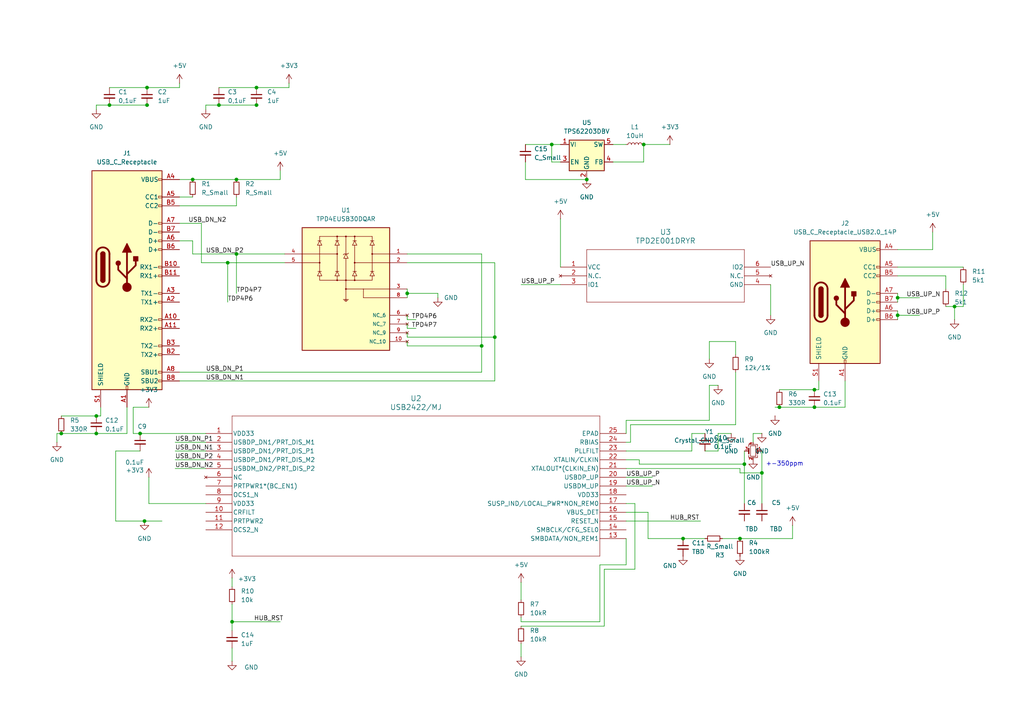
<source format=kicad_sch>
(kicad_sch (version 20231120) (generator "eeschema") (generator_version "8.0")
  (paper "A4")
  (lib_symbols
    (symbol "2024-08-27_02-04-05:USB2422_MJ" (pin_names (offset 0.254))
      (property "Reference" "U" (at 60.96 10.16 0))
      (property "Value" "USB2422/MJ" (at 60.96 7.62 0))
      (symbol "USB2422_MJ_0_1"
        (pin power_in line (at 0 0 0) (length 7.62) (name "VDD33") (number "1"))
        (pin unspecified line (at 0 -22.86 0) (length 7.62) (name "CRFILT") (number "10"))
        (pin power_in line (at 0 -25.4 0) (length 7.62) (name "PRTPWR2") (number "11"))
        (pin input line (at 0 -27.94 0) (length 7.62) (name "OCS2_N") (number "12"))
        (pin bidirectional line (at 121.92 -30.48 180) (length 7.62) (name "SMBDATA/NON_REM1") (number "13"))
        (pin bidirectional line (at 121.92 -27.94 180) (length 7.62) (name "SMBCLK/CFG_SEL0") (number "14"))
        (pin input line (at 121.92 -25.4 180) (length 7.62) (name "RESET_N") (number "15"))
        (pin input line (at 121.92 -22.86 180) (length 7.62) (name "VBUS_DET") (number "16"))
        (pin bidirectional line (at 121.92 -20.32 180) (length 7.62) (name "SUSP_IND/LOCAL_PWR*NON_REM0") (number "17"))
        (pin power_in line (at 121.92 -17.78 180) (length 7.62) (name "VDD33") (number "18"))
        (pin unspecified line (at 121.92 -15.24 180) (length 7.62) (name "USBDM_UP") (number "19"))
        (pin bidirectional line (at 0 -2.54 0) (length 7.62) (name "USBDP_DN1/PRT_DIS_M1") (number "2"))
        (pin unspecified line (at 121.92 -12.7 180) (length 7.62) (name "USBDP_UP") (number "20"))
        (pin output line (at 121.92 -10.16 180) (length 7.62) (name "XTALOUT*(CLKIN_EN)") (number "21"))
        (pin input line (at 121.92 -7.62 180) (length 7.62) (name "XTALIN/CLKIN") (number "22"))
        (pin output line (at 121.92 -5.08 180) (length 7.62) (name "PLLFILT") (number "23"))
        (pin unspecified line (at 121.92 -2.54 180) (length 7.62) (name "RBIAS") (number "24"))
        (pin unspecified line (at 121.92 0 180) (length 7.62) (name "EPAD") (number "25"))
        (pin bidirectional line (at 0 -5.08 0) (length 7.62) (name "USBDP_DN1/PRT_DIS_P1") (number "3"))
        (pin bidirectional line (at 0 -7.62 0) (length 7.62) (name "USBDP_DN1/PRT_DIS_M2") (number "4"))
        (pin bidirectional line (at 0 -10.16 0) (length 7.62) (name "USBDM_DN2/PRT_DIS_P2") (number "5"))
        (pin no_connect line (at 0 -12.7 0) (length 7.62) (name "NC") (number "6"))
        (pin bidirectional line (at 0 -15.24 0) (length 7.62) (name "PRTPWR1*(BC_EN1)") (number "7"))
        (pin input line (at 0 -17.78 0) (length 7.62) (name "OCS1_N") (number "8"))
        (pin power_in line (at 0 -20.32 0) (length 7.62) (name "VDD33") (number "9"))
      )
    )
    (symbol "2024-08-27_14-38-34:TPD2E001DRYR" (pin_names (offset 0.254))
      (property "Reference" "U" (at 30.48 10.16 0))
      (property "Value" "TPD2E001DRYR" (at 30.48 7.62 0))
      (symbol "TPD2E001DRYR_0_1"
        (pin power_in line (at 0 0 0) (length 7.62) (name "VCC") (number "1"))
        (pin no_connect line (at 0 -2.54 0) (length 7.62) (name "N.C.") (number "2"))
        (pin unspecified line (at 0 -5.08 0) (length 7.62) (name "IO1") (number "3"))
        (pin power_in line (at 60.96 -5.08 180) (length 7.62) (name "GND") (number "4"))
        (pin no_connect line (at 60.96 -2.54 180) (length 7.62) (name "N.C.") (number "5"))
        (pin unspecified line (at 60.96 0 180) (length 7.62) (name "IO2") (number "6"))
      )
    )
    (symbol "Connector:USB_C_Receptacle" (pin_names (offset 1.016))
      (property "Reference" "J" (at -10.16 29.21 0))
      (property "Value" "USB_C_Receptacle" (at 10.16 29.21 0))
      (symbol "USB_C_Receptacle_1_1"
        (pin passive line (at 0 -40.64 90) (length 5.08) (name "GND") (number "A1"))
        (pin bidirectional line (at 15.24 -15.24 180) (length 5.08) (name "RX2-") (number "A10"))
        (pin bidirectional line (at 15.24 -17.78 180) (length 5.08) (name "RX2+") (number "A11"))
        (pin passive line (at 0 -40.64 90) (length 5.08) hide (name "GND") (number "A12"))
        (pin bidirectional line (at 15.24 -10.16 180) (length 5.08) (name "TX1+") (number "A2"))
        (pin bidirectional line (at 15.24 -7.62 180) (length 5.08) (name "TX1-") (number "A3"))
        (pin passive line (at 15.24 25.4 180) (length 5.08) (name "VBUS") (number "A4"))
        (pin bidirectional line (at 15.24 20.32 180) (length 5.08) (name "CC1") (number "A5"))
        (pin bidirectional line (at 15.24 7.62 180) (length 5.08) (name "D+") (number "A6"))
        (pin bidirectional line (at 15.24 12.7 180) (length 5.08) (name "D-") (number "A7"))
        (pin bidirectional line (at 15.24 -30.48 180) (length 5.08) (name "SBU1") (number "A8"))
        (pin passive line (at 15.24 25.4 180) (length 5.08) hide (name "VBUS") (number "A9"))
        (pin passive line (at 0 -40.64 90) (length 5.08) hide (name "GND") (number "B1"))
        (pin bidirectional line (at 15.24 0 180) (length 5.08) (name "RX1-") (number "B10"))
        (pin bidirectional line (at 15.24 -2.54 180) (length 5.08) (name "RX1+") (number "B11"))
        (pin passive line (at 0 -40.64 90) (length 5.08) hide (name "GND") (number "B12"))
        (pin bidirectional line (at 15.24 -25.4 180) (length 5.08) (name "TX2+") (number "B2"))
        (pin bidirectional line (at 15.24 -22.86 180) (length 5.08) (name "TX2-") (number "B3"))
        (pin passive line (at 15.24 25.4 180) (length 5.08) hide (name "VBUS") (number "B4"))
        (pin bidirectional line (at 15.24 17.78 180) (length 5.08) (name "CC2") (number "B5"))
        (pin bidirectional line (at 15.24 5.08 180) (length 5.08) (name "D+") (number "B6"))
        (pin bidirectional line (at 15.24 10.16 180) (length 5.08) (name "D-") (number "B7"))
        (pin bidirectional line (at 15.24 -33.02 180) (length 5.08) (name "SBU2") (number "B8"))
        (pin passive line (at 15.24 25.4 180) (length 5.08) hide (name "VBUS") (number "B9"))
        (pin passive line (at -7.62 -40.64 90) (length 5.08) (name "SHIELD") (number "S1"))
      )
    )
    (symbol "Connector:USB_C_Receptacle_USB2.0_14P" (pin_names (offset 1.016))
      (property "Reference" "J" (at 0 22.225 0))
      (property "Value" "USB_C_Receptacle_USB2.0_14P" (at 0 19.685 0))
      (symbol "USB_C_Receptacle_USB2.0_14P_1_1"
        (pin passive line (at 0 -22.86 90) (length 5.08) (name "GND") (number "A1"))
        (pin passive line (at 0 -22.86 90) (length 5.08) hide (name "GND") (number "A12"))
        (pin passive line (at 15.24 15.24 180) (length 5.08) (name "VBUS") (number "A4"))
        (pin bidirectional line (at 15.24 10.16 180) (length 5.08) (name "CC1") (number "A5"))
        (pin bidirectional line (at 15.24 -2.54 180) (length 5.08) (name "D+") (number "A6"))
        (pin bidirectional line (at 15.24 2.54 180) (length 5.08) (name "D-") (number "A7"))
        (pin passive line (at 15.24 15.24 180) (length 5.08) hide (name "VBUS") (number "A9"))
        (pin passive line (at 0 -22.86 90) (length 5.08) hide (name "GND") (number "B1"))
        (pin passive line (at 0 -22.86 90) (length 5.08) hide (name "GND") (number "B12"))
        (pin passive line (at 15.24 15.24 180) (length 5.08) hide (name "VBUS") (number "B4"))
        (pin bidirectional line (at 15.24 7.62 180) (length 5.08) (name "CC2") (number "B5"))
        (pin bidirectional line (at 15.24 -5.08 180) (length 5.08) (name "D+") (number "B6"))
        (pin bidirectional line (at 15.24 0 180) (length 5.08) (name "D-") (number "B7"))
        (pin passive line (at 15.24 15.24 180) (length 5.08) hide (name "VBUS") (number "B9"))
        (pin passive line (at -7.62 -22.86 90) (length 5.08) (name "SHIELD") (number "S1"))
      )
    )
    (symbol "Device:C_Small" (pin_numbers hide) (pin_names (offset 0.254) hide)
      (property "Reference" "C" (at 0.254 1.778 0))
      (property "Value" "C_Small" (at 0.254 -2.032 0))
      (symbol "C_Small_1_1"
        (pin passive line (at 0 2.54 270) (length 2.032) (name "~") (number "1"))
        (pin passive line (at 0 -2.54 90) (length 2.032) (name "~") (number "2"))
      )
    )
    (symbol "Device:Crystal_GND24_Small" (pin_names (offset 1.016) hide)
      (property "Reference" "Y" (at 1.27 4.445 0))
      (property "Value" "Crystal_GND24_Small" (at 1.27 2.54 0))
      (symbol "Crystal_GND24_Small_1_1"
        (pin passive line (at -2.54 0 0) (length 1.27) (name "1") (number "1"))
        (pin passive line (at 0 -2.54 90) (length 0.635) (name "2") (number "2"))
        (pin passive line (at 2.54 0 180) (length 1.27) (name "3") (number "3"))
        (pin passive line (at 0 2.54 270) (length 0.635) (name "4") (number "4"))
      )
    )
    (symbol "Device:L_Small" (pin_numbers hide) (pin_names (offset 0.254) hide)
      (property "Reference" "L" (at 0.762 1.016 0))
      (property "Value" "L_Small" (at 0.762 -1.016 0))
      (symbol "L_Small_1_1"
        (pin passive line (at 0 2.54 270) (length 0.508) (name "~") (number "1"))
        (pin passive line (at 0 -2.54 90) (length 0.508) (name "~") (number "2"))
      )
    )
    (symbol "Device:R_Small" (pin_numbers hide) (pin_names (offset 0.254) hide)
      (property "Reference" "R" (at 0.762 0.508 0))
      (property "Value" "R_Small" (at 0.762 -1.016 0))
      (symbol "R_Small_1_1"
        (pin passive line (at 0 2.54 270) (length 0.762) (name "~") (number "1"))
        (pin passive line (at 0 -2.54 90) (length 0.762) (name "~") (number "2"))
      )
    )
    (symbol "Regulator_Switching:TPS62203DBV" (pin_names (offset 0.254))
      (property "Reference" "U" (at -5.08 7.62 0))
      (property "Value" "TPS62203DBV" (at 0 7.62 0))
      (symbol "TPS62203DBV_1_1"
        (pin power_in line (at -7.62 5.08 0) (length 2.54) (name "VI") (number "1"))
        (pin power_in line (at 0 -5.08 90) (length 2.54) (name "GND") (number "2"))
        (pin input line (at -7.62 0 0) (length 2.54) (name "EN") (number "3"))
        (pin input line (at 7.62 0 180) (length 2.54) (name "FB") (number "4"))
        (pin output line (at 7.62 5.08 180) (length 2.54) (name "SW") (number "5"))
      )
    )
    (symbol "TI_SURGE:TPD4EUSB30DQAR" (pin_names (offset 1.016))
      (property "Reference" "U" (at -12.7 18.542 0))
      (property "Value" "TPD4EUSB30DQAR" (at -12.7 -18.542 0))
      (symbol "TPD4EUSB30DQAR_0_0"
        (pin bidirectional line (at 17.78 10.16 180) (length 5.08) (name "~") (number "1"))
        (pin no_connect line (at 17.78 -15.24 180) (length 5.08) (name "NC_10") (number "10"))
        (pin bidirectional line (at 17.78 7.62 180) (length 5.08) (name "~") (number "2"))
        (pin power_in line (at 17.78 0 180) (length 5.08) (name "~") (number "3"))
        (pin bidirectional line (at -17.78 10.16 0) (length 5.08) (name "~") (number "4"))
        (pin bidirectional line (at -17.78 7.62 0) (length 5.08) (name "~") (number "5"))
        (pin no_connect line (at 17.78 -7.62 180) (length 5.08) (name "NC_6") (number "6"))
        (pin no_connect line (at 17.78 -10.16 180) (length 5.08) (name "NC_7") (number "7"))
        (pin power_in line (at 17.78 -2.54 180) (length 5.08) (name "~") (number "8"))
        (pin no_connect line (at 17.78 -12.7 180) (length 5.08) (name "NC_9") (number "9"))
      )
    )
    (symbol "power:+1V0" (power) (pin_numbers hide) (pin_names (offset 0) hide)
      (property "Value" "+1V0" (at 0 3.556 0))
      (symbol "+1V0_1_1"
        (pin power_in line (at 0 0 90) (length 0) (name "~") (number "1"))
      )
    )
    (symbol "power:+3V3" (power) (pin_numbers hide) (pin_names (offset 0) hide)
      (property "Value" "+3V3" (at 0 3.556 0))
      (symbol "+3V3_1_1"
        (pin power_in line (at 0 0 90) (length 0) (name "~") (number "1"))
      )
    )
    (symbol "power:+5V" (power) (pin_numbers hide) (pin_names (offset 0) hide)
      (property "Value" "+5V" (at 0 3.556 0))
      (symbol "+5V_1_1"
        (pin power_in line (at 0 0 90) (length 0) (name "~") (number "1"))
      )
    )
    (symbol "power:GND" (power) (pin_numbers hide) (pin_names (offset 0) hide)
      (property "Value" "GND" (at 0 -3.81 0))
      (symbol "GND_1_1"
        (pin power_in line (at 0 0 270) (length 0) (name "~") (number "1"))
      )
    )
    (symbol "power:VCC" (power) (pin_numbers hide) (pin_names (offset 0) hide)
      (property "Value" "VCC" (at 0 3.556 0))
      (symbol "VCC_1_1"
        (pin power_in line (at 0 0 90) (length 0) (name "~") (number "1"))
      )
    )
  )
  (junction (at 40.64 125.73))
  (junction (at 27.94 125.73))
  (junction (at 220.98 137.16))
  (junction (at 215.9 134.62))
  (junction (at 198.12 156.21))
  (junction (at 66.04 76.2))
  (junction (at 27.94 120.65))
  (junction (at 17.78 125.73))
  (junction (at 236.22 118.11))
  (junction (at 74.3935 30.48))
  (junction (at 41.91 151.13))
  (junction (at 42.6435 25.4))
  (junction (at 63.5 30.48))
  (junction (at 68.58 52.07))
  (junction (at 186.69 41.91))
  (junction (at 226.06 118.11))
  (junction (at 68.58 73.66))
  (junction (at 214.63 156.21))
  (junction (at 160.02 41.91))
  (junction (at 236.22 113.03))
  (junction (at 67.31 180.34))
  (junction (at 276.86 88.9))
  (junction (at 260.35 86.36))
  (junction (at 143.51 97.79))
  (junction (at 139.7 100.33))
  (junction (at 118.11 85.09))
  (junction (at 260.35 91.44))
  (junction (at 42.6435 30.48))
  (junction (at 170.18 52.07))
  (junction (at 31.75 30.48))
  (junction (at 55.88 52.07))
  (junction (at 74.3935 25.4))
  (wire (pts (xy 16.51 125.73) (xy 17.78 125.73)))
  (wire (pts (xy 139.7 100.33) (xy 139.7 73.66)))
  (wire (pts (xy 27.94 120.65) (xy 29.21 120.65)))
  (wire (pts (xy 118.11 97.79) (xy 143.51 97.79)))
  (wire (pts (xy 74.3935 30.48) (xy 63.5 30.48)))
  (wire (pts (xy 59.69 30.48) (xy 59.69 31.75)))
  (wire (pts (xy 224.79 118.11) (xy 226.06 118.11)))
  (wire (pts (xy 236.22 118.11) (xy 245.11 118.11)))
  (wire (pts (xy 81.28 49.53) (xy 81.28 52.07)))
  (wire (pts (xy 260.35 91.44) (xy 260.35 92.71)))
  (wire (pts (xy 214.63 135.89) (xy 214.63 137.16)))
  (wire (pts (xy 52.07 64.77) (xy 58.42 64.77)))
  (wire (pts (xy 160.02 41.91) (xy 162.56 41.91)))
  (wire (pts (xy 31.75 30.48) (xy 27.94 30.48)))
  (wire (pts (xy 182.88 128.27) (xy 182.88 123.19)))
  (wire (pts (xy 215.9 134.62) (xy 215.9 146.05)))
  (wire (pts (xy 38.6365 125.73) (xy 40.64 125.73)))
  (wire (pts (xy 74.3935 25.4) (xy 83.82 25.4)))
  (wire (pts (xy 151.13 181.61) (xy 175.26 181.61)))
  (wire (pts (xy 186.69 41.91) (xy 194.31 41.91)))
  (wire (pts (xy 38.6365 118.11) (xy 38.6365 125.73)))
  (wire (pts (xy 177.8 41.91) (xy 181.61 41.91)))
  (wire (pts (xy 274.32 88.9) (xy 276.86 88.9)))
  (wire (pts (xy 260.35 77.47) (xy 279.4 77.47)))
  (wire (pts (xy 185.42 133.35) (xy 181.61 133.35)))
  (wire (pts (xy 173.99 163.83) (xy 173.99 180.34)))
  (wire (pts (xy 55.88 69.85) (xy 55.88 73.66)))
  (wire (pts (xy 182.88 123.19) (xy 213.36 123.19)))
  (wire (pts (xy 42.6435 25.4) (xy 52.07 25.4)))
  (wire (pts (xy 33.5565 151.13) (xy 41.91 151.13)))
  (wire (pts (xy 52.07 52.07) (xy 55.88 52.07)))
  (wire (pts (xy 40.64 125.73) (xy 59.69 125.73)))
  (wire (pts (xy 205.74 121.92) (xy 181.61 121.92)))
  (wire (pts (xy 63.5 30.48) (xy 59.69 30.48)))
  (wire (pts (xy 276.86 88.9) (xy 276.86 92.71)))
  (wire (pts (xy 55.88 52.07) (xy 68.58 52.07)))
  (wire (pts (xy 214.63 137.16) (xy 220.98 137.16)))
  (wire (pts (xy 181.61 135.89) (xy 214.63 135.89)))
  (wire (pts (xy 52.07 25.4) (xy 52.07 24.13)))
  (wire (pts (xy 213.36 102.87) (xy 213.36 99.06)))
  (wire (pts (xy 260.35 91.44) (xy 266.7 91.44)))
  (wire (pts (xy 42.6435 30.48) (xy 31.75 30.48)))
  (wire (pts (xy 198.12 156.21) (xy 204.47 156.21)))
  (wire (pts (xy 200.66 125.73) (xy 204.47 125.73)))
  (wire (pts (xy 68.58 52.07) (xy 81.28 52.07)))
  (wire (pts (xy 118.11 85.09) (xy 127 85.09)))
  (wire (pts (xy 177.8 46.99) (xy 186.69 46.99)))
  (wire (pts (xy 118.11 85.09) (xy 118.11 86.36)))
  (wire (pts (xy 41.91 151.13) (xy 46.99 151.13)))
  (wire (pts (xy 118.11 93.98) (xy 118.11 95.25)))
  (wire (pts (xy 229.87 152.4) (xy 229.87 156.21)))
  (wire (pts (xy 152.4 52.07) (xy 170.18 52.07)))
  (wire (pts (xy 215.9 130.81) (xy 215.9 134.62)))
  (wire (pts (xy 218.44 125.73) (xy 220.98 125.73)))
  (wire (pts (xy 67.31 180.34) (xy 67.31 182.88)))
  (wire (pts (xy 151.13 186.69) (xy 151.13 190.5)))
  (wire (pts (xy 151.13 179.07) (xy 151.13 180.34)))
  (wire (pts (xy 67.31 187.96) (xy 67.31 191.77)))
  (wire (pts (xy 68.58 73.66) (xy 68.58 85.09)))
  (wire (pts (xy 52.07 107.95) (xy 139.7 107.95)))
  (wire (pts (xy 143.51 110.49) (xy 143.51 97.79)))
  (wire (pts (xy 208.28 130.81) (xy 208.28 125.73)))
  (wire (pts (xy 162.56 46.99) (xy 160.02 46.99)))
  (wire (pts (xy 50.8 135.89) (xy 59.69 135.89)))
  (wire (pts (xy 205.74 111.76) (xy 205.74 121.92)))
  (wire (pts (xy 82.55 76.2) (xy 66.04 76.2)))
  (wire (pts (xy 276.86 88.9) (xy 279.4 88.9)))
  (wire (pts (xy 118.11 96.52) (xy 118.11 97.79)))
  (wire (pts (xy 43.18 146.05) (xy 59.69 146.05)))
  (wire (pts (xy 27.94 30.48) (xy 27.94 31.75)))
  (wire (pts (xy 83.82 25.4) (xy 83.82 24.13)))
  (wire (pts (xy 226.06 118.11) (xy 236.22 118.11)))
  (wire (pts (xy 50.8 133.35) (xy 59.69 133.35)))
  (wire (pts (xy 52.07 110.49) (xy 143.51 110.49)))
  (wire (pts (xy 181.61 156.21) (xy 181.61 163.83)))
  (wire (pts (xy 186.69 46.99) (xy 186.69 41.91)))
  (wire (pts (xy 236.22 113.03) (xy 237.49 113.03)))
  (wire (pts (xy 205.74 111.76) (xy 208.28 111.76)))
  (wire (pts (xy 260.35 90.17) (xy 260.35 91.44)))
  (wire (pts (xy 118.11 83.82) (xy 118.11 85.09)))
  (wire (pts (xy 152.4 46.99) (xy 152.4 52.07)))
  (wire (pts (xy 151.13 82.55) (xy 162.56 82.55)))
  (wire (pts (xy 40.64 130.81) (xy 33.5565 130.81)))
  (wire (pts (xy 175.26 165.1) (xy 175.26 181.61)))
  (wire (pts (xy 27.94 125.73) (xy 36.83 125.73)))
  (wire (pts (xy 68.58 59.69) (xy 68.58 57.15)))
  (wire (pts (xy 33.5565 130.81) (xy 33.5565 151.13)))
  (wire (pts (xy 181.61 148.59) (xy 187.96 148.59)))
  (wire (pts (xy 270.51 67.31) (xy 270.51 72.39)))
  (wire (pts (xy 274.32 83.82) (xy 274.32 80.01)))
  (wire (pts (xy 66.04 76.2) (xy 66.04 87.63)))
  (wire (pts (xy 208.28 125.73) (xy 212.09 125.73)))
  (wire (pts (xy 118.11 100.33) (xy 139.7 100.33)))
  (wire (pts (xy 181.61 151.13) (xy 203.2 151.13)))
  (wire (pts (xy 63.5 25.4) (xy 74.3935 25.4)))
  (wire (pts (xy 29.21 120.65) (xy 29.21 118.11)))
  (wire (pts (xy 260.35 86.36) (xy 266.7 86.36)))
  (wire (pts (xy 118.11 91.44) (xy 118.11 92.71)))
  (wire (pts (xy 181.61 130.81) (xy 200.66 130.81)))
  (wire (pts (xy 127 85.09) (xy 127 86.36)))
  (wire (pts (xy 151.13 180.34) (xy 173.99 180.34)))
  (wire (pts (xy 67.31 167.64) (xy 67.31 170.18)))
  (wire (pts (xy 55.88 73.66) (xy 68.58 73.66)))
  (wire (pts (xy 226.06 113.03) (xy 236.22 113.03)))
  (wire (pts (xy 260.35 86.36) (xy 260.35 87.63)))
  (wire (pts (xy 218.44 128.27) (xy 218.44 125.73)))
  (wire (pts (xy 200.66 130.81) (xy 200.66 125.73)))
  (wire (pts (xy 260.35 85.09) (xy 260.35 86.36)))
  (wire (pts (xy 118.11 99.06) (xy 118.11 100.33)))
  (wire (pts (xy 43.18 138.43) (xy 43.18 146.05)))
  (wire (pts (xy 68.58 73.66) (xy 82.55 73.66)))
  (wire (pts (xy 181.61 140.97) (xy 189.23 140.97)))
  (wire (pts (xy 38.6365 118.11) (xy 43.18 118.11)))
  (wire (pts (xy 67.31 175.26) (xy 67.31 180.34)))
  (wire (pts (xy 187.96 148.59) (xy 187.96 156.21)))
  (wire (pts (xy 181.61 121.92) (xy 181.61 125.73)))
  (wire (pts (xy 260.35 72.39) (xy 270.51 72.39)))
  (wire (pts (xy 160.02 46.99) (xy 160.02 41.91)))
  (wire (pts (xy 209.55 156.21) (xy 214.63 156.21)))
  (wire (pts (xy 52.07 59.69) (xy 68.58 59.69)))
  (wire (pts (xy 205.74 99.06) (xy 205.74 104.14)))
  (wire (pts (xy 16.51 125.73) (xy 16.51 128.27)))
  (wire (pts (xy 204.47 130.81) (xy 208.28 130.81)))
  (wire (pts (xy 223.52 82.55) (xy 223.52 91.44)))
  (wire (pts (xy 50.8 130.81) (xy 59.69 130.81)))
  (wire (pts (xy 139.7 107.95) (xy 139.7 100.33)))
  (wire (pts (xy 52.07 57.15) (xy 55.88 57.15)))
  (wire (pts (xy 52.07 69.85) (xy 55.88 69.85)))
  (wire (pts (xy 213.36 99.06) (xy 205.74 99.06)))
  (wire (pts (xy 279.4 88.9) (xy 279.4 82.55)))
  (wire (pts (xy 17.78 125.73) (xy 27.94 125.73)))
  (wire (pts (xy 143.51 76.2) (xy 118.11 76.2)))
  (wire (pts (xy 245.11 110.49) (xy 245.11 118.11)))
  (wire (pts (xy 74.93 30.48) (xy 74.3935 30.48)))
  (wire (pts (xy 237.49 113.03) (xy 237.49 110.49)))
  (wire (pts (xy 220.98 130.81) (xy 220.98 137.16)))
  (wire (pts (xy 184.15 165.1) (xy 175.26 165.1)))
  (wire (pts (xy 139.7 73.66) (xy 118.11 73.66)))
  (wire (pts (xy 152.4 41.91) (xy 160.02 41.91)))
  (wire (pts (xy 66.04 76.2) (xy 58.42 76.2)))
  (wire (pts (xy 181.61 146.05) (xy 184.15 146.05)))
  (wire (pts (xy 162.56 63.5) (xy 162.56 77.47)))
  (wire (pts (xy 274.32 80.01) (xy 260.35 80.01)))
  (wire (pts (xy 181.61 138.43) (xy 189.23 138.43)))
  (wire (pts (xy 151.13 168.91) (xy 151.13 173.99)))
  (wire (pts (xy 215.9 134.62) (xy 185.42 134.62)))
  (wire (pts (xy 213.36 107.95) (xy 213.36 123.19)))
  (wire (pts (xy 118.11 95.25) (xy 120.65 95.25)))
  (wire (pts (xy 58.42 64.77) (xy 58.42 76.2)))
  (wire (pts (xy 143.51 97.79) (xy 143.51 76.2)))
  (wire (pts (xy 36.83 118.11) (xy 36.83 125.73)))
  (wire (pts (xy 118.11 92.71) (xy 120.65 92.71)))
  (wire (pts (xy 187.96 156.21) (xy 198.12 156.21)))
  (wire (pts (xy 43.18 30.48) (xy 42.6435 30.48)))
  (wire (pts (xy 50.8 128.27) (xy 59.69 128.27)))
  (wire (pts (xy 214.63 156.21) (xy 229.87 156.21)))
  (wire (pts (xy 181.61 163.83) (xy 173.99 163.83)))
  (wire (pts (xy 17.78 120.65) (xy 27.94 120.65)))
  (wire (pts (xy 181.61 128.27) (xy 182.88 128.27)))
  (wire (pts (xy 184.15 146.05) (xy 184.15 165.1)))
  (wire (pts (xy 185.42 134.62) (xy 185.42 133.35)))
  (wire (pts (xy 31.75 25.4) (xy 42.6435 25.4)))
  (wire (pts (xy 67.31 180.34) (xy 81.28 180.34)))
  (wire (pts (xy 220.98 137.16) (xy 220.98 146.05)))
  (text "+-350ppm" (at 227.584 134.62 0) (effects (font (size 1.27 1.27))))
  (label "USB_DN_P1" (at 50.8 128.27 0))
  (label "USB_DN_P2" (at 59.69 73.66 0))
  (label "USB_DN_P1" (at 59.69 107.95 0))
  (label "USB_UP_P" (at 181.61 138.43 0))
  (label "USB_DN_N2" (at 54.61 64.77 0))
  (label "USB_DN_N1" (at 59.69 110.49 0))
  (label "USB_UP_P" (at 262.89 91.44 0))
  (label "HUB_RST" (at 194.31 151.13 0))
  (label "USB_DN_N2" (at 50.8 135.89 0))
  (label "USB_DN_P2" (at 50.8 133.35 0))
  (label "USB_DN_N1" (at 50.8 130.81 0))
  (label "TDP4P6" (at 66.04 87.63 0))
  (label "USB_UP_P" (at 151.13 82.55 0))
  (label "TPD4P7" (at 68.58 85.09 0))
  (label "HUB_RST" (at 73.66 180.34 0))
  (label "USB_UP_N" (at 223.52 77.47 0))
  (label "TPD4P7" (at 119.38 95.25 0))
  (label "USB_UP_N" (at 262.89 86.36 0))
  (label "TPD4P6" (at 119.38 92.71 0))
  (label "USB_UP_N" (at 181.61 140.97 0))
  (symbol (lib_id "power:GND") (at 170.18 52.07 0) (unit 1)
    (property "Reference" "#PWR028" (effects (hide yes)))
    (property "Value" "GND" (at 170.18 57.15 0))
    (property "Description" "Power symbol creates a global label with name \"GND\" , ground" (effects (hide yes)))
  )
  (symbol (lib_id "Device:C_Small") (at 198.12 158.75 0) (unit 1)
    (property "Reference" "C11" (at 200.66 157.4862 0) (effects (justify left)))
    (property "Value" "TBD" (at 200.66 160.0262 0) (effects (justify left)))
    (property "Footprint" "Capacitor_SMD:C_0402_1005Metric" (effects (hide yes)))
    (property "Description" "Unpolarized capacitor, small symbol" (effects (hide yes)))
  )
  (symbol (lib_id "power:GND") (at 223.52 91.44 0) (unit 1)
    (property "Reference" "#PWR024" (effects (hide yes)))
    (property "Value" "GND" (at 223.52 96.52 0))
    (property "Description" "Power symbol creates a global label with name \"GND\" , ground" (effects (hide yes)))
  )
  (symbol (lib_id "Device:R_Small") (at 226.06 115.57 0) (unit 1)
    (property "Reference" "R6" (at 228.6 114.2999 0) (effects (justify left)))
    (property "Value" "330R" (at 228.6 116.8399 0) (effects (justify left)))
    (property "Footprint" "Resistor_SMD:R_0402_1005Metric" (effects (hide yes)))
    (property "Description" "Resistor, small symbol" (effects (hide yes)))
  )
  (symbol (lib_id "Device:R_Small") (at 274.32 86.36 0) (unit 1)
    (property "Reference" "R12" (at 276.86 85.0899 0) (effects (justify left)))
    (property "Value" "5k1" (at 276.86 87.6299 0) (effects (justify left)))
    (property "Footprint" "Resistor_SMD:R_0402_1005Metric" (effects (hide yes)))
    (property "Description" "Resistor, small symbol" (effects (hide yes)))
  )
  (symbol (lib_id "Device:R_Small") (at 55.88 54.61 0) (unit 1)
    (property "Reference" "R1" (at 58.42 53.3399 0) (effects (justify left)))
    (property "Value" "R_Small" (at 58.42 55.8799 0) (effects (justify left)))
    (property "Footprint" "Resistor_SMD:R_0402_1005Metric" (effects (hide yes)))
    (property "Description" "Resistor, small symbol" (effects (hide yes)))
  )
  (symbol (lib_id "power:GND") (at 212.09 125.73 0) (unit 1)
    (property "Reference" "#PWR012" (effects (hide yes)))
    (property "Value" "GND" (at 212.09 130.81 0))
    (property "Description" "Power symbol creates a global label with name \"GND\" , ground" (effects (hide yes)))
  )
  (symbol (lib_id "Device:C_Small") (at 63.5 27.94 0) (unit 1)
    (property "Reference" "C3" (at 66.04 26.6762 0) (effects (justify left)))
    (property "Value" "0,1uF" (at 66.04 29.2162 0) (effects (justify left)))
    (property "Footprint" "Capacitor_SMD:C_0402_1005Metric" (effects (hide yes)))
    (property "Description" "Unpolarized capacitor, small symbol" (effects (hide yes)))
  )
  (symbol (lib_id "Device:R_Small") (at 68.58 54.61 0) (unit 1)
    (property "Reference" "R2" (at 71.12 53.3399 0) (effects (justify left)))
    (property "Value" "R_Small" (at 71.12 55.8799 0) (effects (justify left)))
    (property "Footprint" "Resistor_SMD:R_0402_1005Metric" (effects (hide yes)))
    (property "Description" "Resistor, small symbol" (effects (hide yes)))
  )
  (symbol (lib_id "Device:R_Small") (at 214.63 158.75 0) (unit 1)
    (property "Reference" "R4" (at 217.17 157.4799 0) (effects (justify left)))
    (property "Value" "100kR" (at 217.17 160.0199 0) (effects (justify left)))
    (property "Footprint" "Resistor_SMD:R_0402_1005Metric" (effects (hide yes)))
    (property "Description" "Resistor, small symbol" (effects (hide yes)))
  )
  (symbol (lib_id "power:GND") (at 41.91 151.13 0) (unit 1)
    (property "Reference" "#PWR011" (effects (hide yes)))
    (property "Value" "GND" (at 41.91 156.21 0))
    (property "Description" "Power symbol creates a global label with name \"GND\" , ground" (effects (hide yes)))
  )
  (symbol (lib_id "power:GND") (at 198.12 161.29 0) (unit 1)
    (property "Reference" "#PWR013" (effects (hide yes)))
    (property "Value" "GND" (at 194.31 164.084 0))
    (property "Description" "Power symbol creates a global label with name \"GND\" , ground" (effects (hide yes)))
  )
  (symbol (lib_id "power:GND") (at 27.94 31.75 0) (unit 1)
    (property "Reference" "#PWR04" (effects (hide yes)))
    (property "Value" "GND" (at 27.94 36.83 0))
    (property "Description" "Power symbol creates a global label with name \"GND\" , ground" (effects (hide yes)))
  )
  (symbol (lib_id "Device:R_Small") (at 151.13 176.53 0) (unit 1)
    (property "Reference" "R7" (at 153.67 175.2599 0) (effects (justify left)))
    (property "Value" "10kR" (at 153.67 177.7999 0) (effects (justify left)))
    (property "Footprint" "Resistor_SMD:R_0402_1005Metric" (effects (hide yes)))
    (property "Description" "Resistor, small symbol" (effects (hide yes)))
  )
  (symbol (lib_id "Device:R_Small") (at 279.4 80.01 0) (unit 1)
    (property "Reference" "R11" (at 281.94 78.7399 0) (effects (justify left)))
    (property "Value" "5k1" (at 281.94 81.2799 0) (effects (justify left)))
    (property "Footprint" "Resistor_SMD:R_0402_1005Metric" (effects (hide yes)))
    (property "Description" "Resistor, small symbol" (effects (hide yes)))
  )
  (symbol (lib_id "power:+5V") (at 229.87 152.4 0) (unit 1)
    (property "Reference" "#PWR015" (effects (hide yes)))
    (property "Value" "+5V" (at 229.87 147.32 0))
    (property "Description" "Power symbol creates a global label with name \"+5V\"" (effects (hide yes)))
  )
  (symbol (lib_id "power:GND") (at 67.31 191.77 0) (unit 1)
    (property "Reference" "#PWR021" (effects (hide yes)))
    (property "Value" "GND" (at 72.898 193.548 0))
    (property "Description" "Power symbol creates a global label with name \"GND\" , ground" (effects (hide yes)))
  )
  (symbol (lib_id "Device:R_Small") (at 207.01 156.21 270) (unit 1)
    (property "Reference" "R3" (at 208.788 161.036 90))
    (property "Value" "R_Small" (at 208.788 158.496 90))
    (property "Footprint" "Resistor_SMD:R_0402_1005Metric" (effects (hide yes)))
    (property "Description" "Resistor, small symbol" (effects (hide yes)))
  )
  (symbol (lib_id "power:GND") (at 214.63 161.29 0) (unit 1)
    (property "Reference" "#PWR014" (effects (hide yes)))
    (property "Value" "GND" (at 214.63 166.37 0))
    (property "Description" "Power symbol creates a global label with name \"GND\" , ground" (effects (hide yes)))
  )
  (symbol (lib_id "power:GND") (at 151.13 190.5 0) (unit 1)
    (property "Reference" "#PWR019" (effects (hide yes)))
    (property "Value" "GND" (at 151.13 195.58 0))
    (property "Description" "Power symbol creates a global label with name \"GND\" , ground" (effects (hide yes)))
  )
  (symbol (lib_id "Connector:USB_C_Receptacle_USB2.0_14P") (at 245.11 87.63 0) (unit 1)
    (property "Reference" "J2" (at 245.11 64.77 0))
    (property "Value" "USB_C_Receptacle_USB2.0_14P" (at 245.11 67.31 0))
    (property "Footprint" "Connector_USB:USB_C_Receptacle_Amphenol_12401548E4-2A" (effects (hide yes)))
    (property "Datasheet" "https://www.usb.org/sites/default/files/documents/usb_type-c.zip" (effects (hide yes)))
    (property "Description" "USB 2.0-only 14P Type-C Receptacle connector" (effects (hide yes)))
  )
  (symbol (lib_id "power:+1V0") (at 67.31 167.64 0) (unit 1)
    (property "Reference" "#PWR022" (effects (hide yes)))
    (property "Value" "+3V3" (at 71.628 167.894 0))
    (property "Description" "Power symbol creates a global label with name \"+1V0\"" (effects (hide yes)))
  )
  (symbol (lib_id "power:+5V") (at 83.82 24.13 0) (unit 1)
    (property "Reference" "#PWR08" (effects (hide yes)))
    (property "Value" "+3V3" (at 83.82 19.05 0))
    (property "Description" "Power symbol creates a global label with name \"+5V\"" (effects (hide yes)))
  )
  (symbol (lib_id "power:GND") (at 205.74 104.14 0) (unit 1)
    (property "Reference" "#PWR020" (effects (hide yes)))
    (property "Value" "GND" (at 205.74 109.22 0))
    (property "Description" "Power symbol creates a global label with name \"GND\" , ground" (effects (hide yes)))
  )
  (symbol (lib_id "power:GND") (at 224.79 120.65 0) (unit 1)
    (property "Reference" "#PWR017" (effects (hide yes)))
    (property "Value" "GND" (at 224.79 125.73 0))
    (property "Description" "Power symbol creates a global label with name \"GND\" , ground" (effects (hide yes)))
  )
  (symbol (lib_id "Regulator_Switching:TPS62203DBV") (at 170.18 46.99 0) (unit 1)
    (property "Reference" "U5" (at 170.18 35.56 0))
    (property "Value" "TPS62203DBV" (at 170.18 38.1 0))
    (property "Footprint" "Package_TO_SOT_SMD:SOT-23-5" (effects (hide yes)))
    (property "Datasheet" "http://www.ti.com/lit/ds/symlink/tps62201.pdf" (effects (hide yes)))
    (property "Description" "300mA High-Efficiency Step-Down DC-DC Converter, fixed 3.3V output voltage, 2.5-6V input voltage, SOT-23-5" (effects (hide yes)))
  )
  (symbol (lib_id "Device:C_Small") (at 152.4 44.45 0) (unit 1)
    (property "Reference" "C15" (at 154.94 43.1862 0) (effects (justify left)))
    (property "Value" "C_Small" (at 154.94 45.7262 0) (effects (justify left)))
    (property "Footprint" "Capacitor_SMD:C_0402_1005Metric" (effects (hide yes)))
    (property "Description" "Unpolarized capacitor, small symbol" (effects (hide yes)))
  )
  (symbol (lib_id "Device:C_Small") (at 220.98 148.59 0) (unit 1)
    (property "Reference" "C5" (at 223.774 145.796 0) (effects (justify left)))
    (property "Value" "TBD" (at 223.266 153.416 0) (effects (justify left)))
    (property "Footprint" "Capacitor_SMD:C_0402_1005Metric" (effects (hide yes)))
    (property "Description" "Unpolarized capacitor, small symbol" (effects (hide yes)))
  )
  (symbol (lib_id "Device:C_Small") (at 204.47 128.27 0) (unit 1)
    (property "Reference" "C10" (at 207.01 127.0062 0) (effects (justify left)))
    (property "Value" "0.1uF" (at 207.01 129.5462 0) (effects (justify left)))
    (property "Footprint" "Capacitor_SMD:C_0402_1005Metric" (effects (hide yes)))
    (property "Description" "Unpolarized capacitor, small symbol" (effects (hide yes)))
  )
  (symbol (lib_id "power:+3V3") (at 194.31 41.91 0) (unit 1)
    (property "Reference" "#PWR029" (effects (hide yes)))
    (property "Value" "+3V3" (at 194.31 36.83 0))
    (property "Description" "Power symbol creates a global label with name \"+3V3\"" (effects (hide yes)))
  )
  (symbol (lib_id "Device:L_Small") (at 184.15 41.91 90) (unit 1)
    (property "Reference" "L1" (at 184.15 36.83 90))
    (property "Value" "10uH" (at 184.15 39.37 90))
    (property "Footprint" "Inductor_SMD:L_0402_1005Metric" (effects (hide yes)))
    (property "Description" "Inductor, small symbol" (effects (hide yes)))
  )
  (symbol (lib_id "power:GND") (at 59.69 31.75 0) (unit 1)
    (property "Reference" "#PWR07" (effects (hide yes)))
    (property "Value" "GND" (at 59.69 36.83 0))
    (property "Description" "Power symbol creates a global label with name \"GND\" , ground" (effects (hide yes)))
  )
  (symbol (lib_id "power:+3V3") (at 43.18 118.11 0) (unit 1)
    (property "Reference" "#PWR06" (effects (hide yes)))
    (property "Value" "+3V3" (at 43.18 113.03 0))
    (property "Description" "Power symbol creates a global label with name \"+3V3\"" (effects (hide yes)))
  )
  (symbol (lib_id "power:+5V") (at 151.13 168.91 0) (unit 1)
    (property "Reference" "#PWR018" (effects (hide yes)))
    (property "Value" "+5V" (at 151.13 163.83 0))
    (property "Description" "Power symbol creates a global label with name \"+5V\"" (effects (hide yes)))
  )
  (symbol (lib_id "Device:R_Small") (at 213.36 105.41 0) (unit 1)
    (property "Reference" "R9" (at 215.9 104.1399 0) (effects (justify left)))
    (property "Value" "12k/1%" (at 215.9 106.6799 0) (effects (justify left)))
    (property "Footprint" "Resistor_SMD:R_0402_1005Metric" (effects (hide yes)))
    (property "Description" "Resistor, small symbol" (effects (hide yes)))
  )
  (symbol (lib_id "Device:C_Small") (at 42.6435 27.94 0) (unit 1)
    (property "Reference" "C2" (at 45.72 26.6762 0) (effects (justify left)))
    (property "Value" "1uF" (at 45.72 29.2162 0) (effects (justify left)))
    (property "Footprint" "Capacitor_SMD:C_0402_1005Metric" (effects (hide yes)))
    (property "Description" "Unpolarized capacitor, small symbol" (effects (hide yes)))
  )
  (symbol (lib_id "power:+3V3") (at 43.18 138.43 0) (unit 1)
    (property "Reference" "#PWR09" (effects (hide yes)))
    (property "Value" "+3V3" (at 39.116 136.398 0))
    (property "Description" "Power symbol creates a global label with name \"+3V3\"" (effects (hide yes)))
  )
  (symbol (lib_id "Device:R_Small") (at 151.13 184.15 0) (unit 1)
    (property "Reference" "R8" (at 153.67 182.8799 0) (effects (justify left)))
    (property "Value" "10kR" (at 153.67 185.4199 0) (effects (justify left)))
    (property "Footprint" "Resistor_SMD:R_0402_1005Metric" (effects (hide yes)))
    (property "Description" "Resistor, small symbol" (effects (hide yes)))
  )
  (symbol (lib_id "Connector:USB_C_Receptacle") (at 36.83 77.47 0) (unit 1)
    (property "Reference" "J1" (at 36.83 44.45 0))
    (property "Value" "USB_C_Receptacle" (at 36.83 46.99 0))
    (property "Footprint" "Connector_USB:USB_C_Plug_JAE_DX07P024AJ1" (effects (hide yes)))
    (property "Datasheet" "https://www.usb.org/sites/default/files/documents/usb_type-c.zip" (effects (hide yes)))
    (property "Description" "USB Full-Featured Type-C Receptacle connector" (effects (hide yes)))
  )
  (symbol (lib_id "power:+5V") (at 52.07 24.13 0) (unit 1)
    (property "Reference" "#PWR05" (effects (hide yes)))
    (property "Value" "+5V" (at 52.07 19.05 0))
    (property "Description" "Power symbol creates a global label with name \"+5V\"" (effects (hide yes)))
  )
  (symbol (lib_id "power:GND") (at 208.28 111.76 0) (unit 1)
    (property "Reference" "#PWR010" (effects (hide yes)))
    (property "Value" "GND" (at 208.28 116.84 0))
    (property "Description" "Power symbol creates a global label with name \"GND\" , ground" (effects (hide yes)))
  )
  (symbol (lib_id "power:GND") (at 127 86.36 0) (unit 1)
    (property "Reference" "#PWR03" (effects (hide yes)))
    (property "Value" "GND" (at 130.81 86.36 0))
    (property "Description" "Power symbol creates a global label with name \"GND\" , ground" (effects (hide yes)))
  )
  (symbol (lib_id "power:GND") (at 220.98 125.73 0) (unit 1)
    (property "Reference" "#PWR027" (effects (hide yes)))
    (property "Value" "GND" (at 220.98 130.81 0))
    (property "Description" "Power symbol creates a global label with name \"GND\" , ground" (effects (hide yes)))
  )
  (symbol (lib_id "Device:R_Small") (at 67.31 172.72 0) (unit 1)
    (property "Reference" "R10" (at 69.85 171.4499 0) (effects (justify left)))
    (property "Value" "10k" (at 69.85 173.9899 0) (effects (justify left)))
    (property "Footprint" "Resistor_SMD:R_0402_1005Metric" (effects (hide yes)))
    (property "Description" "Resistor, small symbol" (effects (hide yes)))
  )
  (symbol (lib_id "Device:C_Small") (at 27.94 123.19 0) (unit 1)
    (property "Reference" "C12" (at 30.48 121.9262 0) (effects (justify left)))
    (property "Value" "0.1uF" (at 30.48 124.4662 0) (effects (justify left)))
    (property "Footprint" "Capacitor_SMD:C_0402_1005Metric" (effects (hide yes)))
    (property "Description" "Unpolarized capacitor, small symbol" (effects (hide yes)))
  )
  (symbol (lib_id "power:VCC") (at 162.56 63.5 0) (unit 1)
    (property "Reference" "#PWR023" (effects (hide yes)))
    (property "Value" "+5V" (at 162.56 58.42 0))
    (property "Description" "Power symbol creates a global label with name \"VCC\"" (effects (hide yes)))
  )
  (symbol (lib_id "power:+5V") (at 81.28 49.53 0) (unit 1)
    (property "Reference" "#PWR02" (effects (hide yes)))
    (property "Value" "+5V" (at 81.28 44.45 0))
    (property "Description" "Power symbol creates a global label with name \"+5V\"" (effects (hide yes)))
  )
  (symbol (lib_id "2024-08-27_14-38-34:TPD2E001DRYR") (at 162.56 77.47 0) (unit 1)
    (property "Reference" "U3" (at 193.04 67.31 0) (effects (font (size 1.524 1.524))))
    (property "Value" "TPD2E001DRYR" (at 193.04 69.85 0) (effects (font (size 1.524 1.524))))
    (property "Footprint" "footprints:DRY6" (effects (hide yes)))
    (property "Datasheet" "TPD2E001DRYR" (effects (hide yes)))
  )
  (symbol (lib_id "2024-08-27_02-04-05:USB2422_MJ") (at 59.69 125.73 0) (unit 1)
    (property "Reference" "U2" (at 120.65 115.57 0) (effects (font (size 1.524 1.524))))
    (property "Value" "USB2422/MJ" (at 120.65 118.11 0) (effects (font (size 1.524 1.524))))
    (property "Footprint" "footprints:SQFN24_4X4MC_MCH" (effects (hide yes)))
    (property "Datasheet" "USB2422/MJ" (effects (hide yes)))
  )
  (symbol (lib_id "TI_SURGE:TPD4EUSB30DQAR") (at 100.33 83.82 0) (unit 1)
    (property "Reference" "U1" (at 100.33 60.96 0))
    (property "Value" "TPD4EUSB30DQAR" (at 100.33 63.5 0))
    (property "Footprint" "footprints:DQA10" (effects (hide yes)))
    (property "PARTREV" "F" (effects (hide yes)))
    (property "STANDARD" "Manufacturer Recommendations" (effects (hide yes)))
    (property "MAXIMUM_PACKAGE_HEIGHT" "0.55 mm" (effects (hide yes)))
    (property "MANUFACTURER" "Texas Instruments" (effects (hide yes)))
  )
  (symbol (lib_id "Device:C_Small") (at 236.22 115.57 0) (unit 1)
    (property "Reference" "C13" (at 238.76 114.3062 0) (effects (justify left)))
    (property "Value" "0.1uF" (at 238.76 116.8462 0) (effects (justify left)))
    (property "Footprint" "Capacitor_SMD:C_0402_1005Metric" (effects (hide yes)))
    (property "Description" "Unpolarized capacitor, small symbol" (effects (hide yes)))
  )
  (symbol (lib_id "power:GND") (at 218.44 133.35 0) (unit 1)
    (property "Reference" "#PWR026" (effects (hide yes)))
    (property "Value" "GND" (at 218.44 138.43 0))
    (property "Description" "Power symbol creates a global label with name \"GND\" , ground" (effects (hide yes)))
  )
  (symbol (lib_id "power:+5V") (at 270.51 67.31 0) (unit 1)
    (property "Reference" "#PWR016" (effects (hide yes)))
    (property "Value" "+5V" (at 270.51 62.23 0))
    (property "Description" "Power symbol creates a global label with name \"+5V\"" (effects (hide yes)))
  )
  (symbol (lib_id "Device:C_Small") (at 74.3935 27.94 0) (unit 1)
    (property "Reference" "C4" (at 77.47 26.6762 0) (effects (justify left)))
    (property "Value" "1uF" (at 77.47 29.2162 0) (effects (justify left)))
    (property "Footprint" "Capacitor_SMD:C_0402_1005Metric" (effects (hide yes)))
    (property "Description" "Unpolarized capacitor, small symbol" (effects (hide yes)))
  )
  (symbol (lib_id "Device:C_Small") (at 40.64 128.27 0) (unit 1)
    (property "Reference" "C9" (at 39.878 123.698 0) (effects (justify left)))
    (property "Value" "0.1uF" (at 36.322 134.112 0) (effects (justify left)))
    (property "Footprint" "Capacitor_SMD:C_0402_1005Metric" (effects (hide yes)))
    (property "Description" "Unpolarized capacitor, small symbol" (effects (hide yes)))
  )
  (symbol (lib_id "Device:C_Small") (at 31.75 27.94 0) (unit 1)
    (property "Reference" "C1" (at 34.29 26.6762 0) (effects (justify left)))
    (property "Value" "0,1uF" (at 34.29 29.2162 0) (effects (justify left)))
    (property "Footprint" "Capacitor_SMD:C_0402_1005Metric" (effects (hide yes)))
    (property "Description" "Unpolarized capacitor, small symbol" (effects (hide yes)))
  )
  (symbol (lib_id "Device:C_Small") (at 215.9 148.59 0) (unit 1)
    (property "Reference" "C6" (at 216.662 145.796 0) (effects (justify left)))
    (property "Value" "TBD" (at 216.154 153.416 0) (effects (justify left)))
    (property "Footprint" "Capacitor_SMD:C_0402_1005Metric" (effects (hide yes)))
    (property "Description" "Unpolarized capacitor, small symbol" (effects (hide yes)))
  )
  (symbol (lib_id "Device:C_Small") (at 67.31 185.42 0) (unit 1)
    (property "Reference" "C14" (at 69.85 184.1562 0) (effects (justify left)))
    (property "Value" "1uF" (at 69.85 186.6962 0) (effects (justify left)))
    (property "Footprint" "Capacitor_SMD:C_0402_1005Metric" (effects (hide yes)))
    (property "Description" "Unpolarized capacitor, small symbol" (effects (hide yes)))
  )
  (symbol (lib_id "Device:R_Small") (at 17.78 123.19 0) (unit 1)
    (property "Reference" "R5" (at 20.32 121.9199 0) (effects (justify left)))
    (property "Value" "330R" (at 20.32 124.4599 0) (effects (justify left)))
    (property "Footprint" "Resistor_SMD:R_0402_1005Metric" (effects (hide yes)))
    (property "Description" "Resistor, small symbol" (effects (hide yes)))
  )
  (symbol (lib_id "Device:Crystal_GND24_Small") (at 218.44 130.81 0) (mirror y) (unit 1)
    (property "Reference" "Y1" (at 205.74 125.1898 0))
    (property "Value" "Crystal_GND24_Small" (at 205.74 127.7298 0))
    (property "Footprint" "Crystal:Crystal_SMD_3225-4Pin_3.2x2.5mm" (effects (hide yes)))
    (property "Description" "Four pin crystal, GND on pins 2 and 4, small symbol" (effects (hide yes)))
  )
  (symbol (lib_id "power:GND") (at 276.86 92.71 0) (unit 1)
    (property "Reference" "#PWR025" (effects (hide yes)))
    (property "Value" "GND" (at 276.86 97.79 0))
    (property "Description" "Power symbol creates a global label with name \"GND\" , ground" (effects (hide yes)))
  )
  (symbol (lib_id "power:GND") (at 16.51 128.27 0) (unit 1)
    (property "Reference" "#PWR01" (effects (hide yes)))
    (property "Value" "GND" (at 16.51 133.35 0))
    (property "Description" "Power symbol creates a global label with name \"GND\" , ground" (effects (hide yes)))
  )
)
</source>
